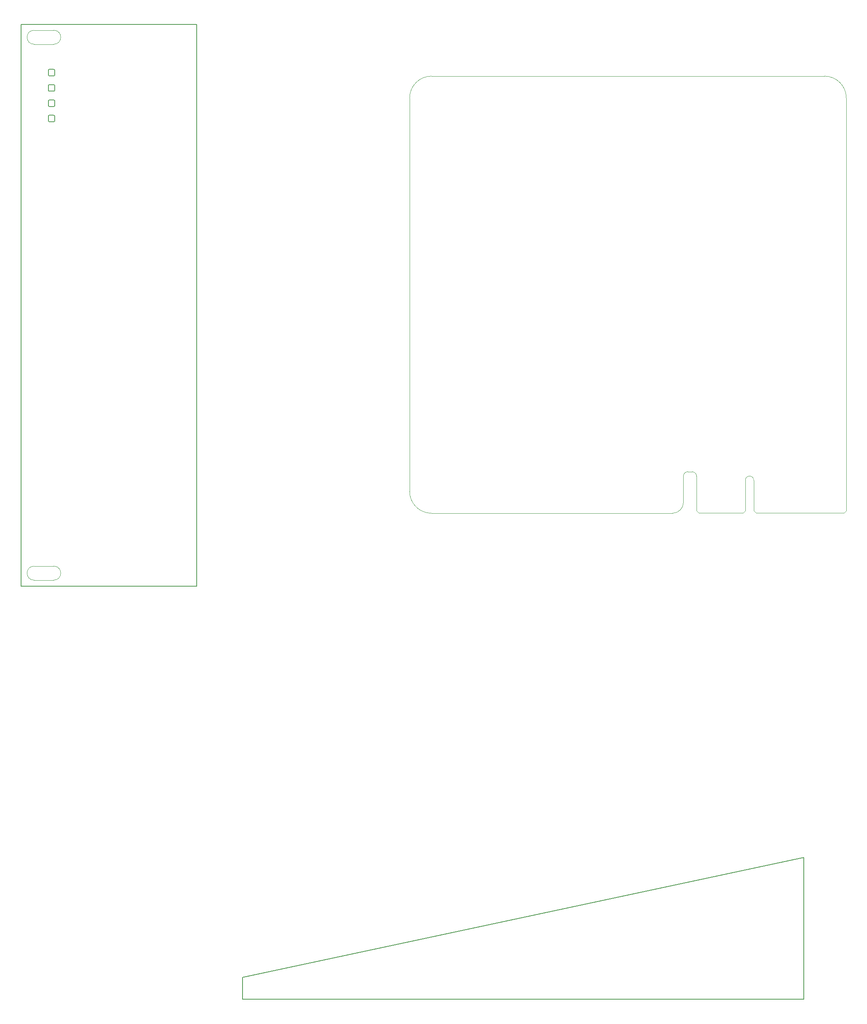
<source format=gbr>
%TF.GenerationSoftware,KiCad,Pcbnew,8.0.5*%
%TF.CreationDate,2024-11-27T23:03:38-05:00*%
%TF.ProjectId,HacKeys,4861634b-6579-4732-9e6b-696361645f70,rev?*%
%TF.SameCoordinates,Original*%
%TF.FileFunction,Profile,NP*%
%FSLAX46Y46*%
G04 Gerber Fmt 4.6, Leading zero omitted, Abs format (unit mm)*
G04 Created by KiCad (PCBNEW 8.0.5) date 2024-11-27 23:03:38*
%MOMM*%
%LPD*%
G01*
G04 APERTURE LIST*
%TA.AperFunction,Profile*%
%ADD10C,0.150000*%
%TD*%
%TA.AperFunction,Profile*%
%ADD11C,0.100000*%
%TD*%
G04 APERTURE END LIST*
D10*
X76012500Y-162550000D02*
X76012500Y-34050000D01*
X215012500Y-257050000D02*
X214992500Y-224640000D01*
X86512500Y-252050000D02*
X214992500Y-224640000D01*
X86512500Y-257050000D02*
X215012500Y-257050000D01*
X86512500Y-257050000D02*
X86512500Y-252050000D01*
X45562500Y-162550000D02*
X55762500Y-162550000D01*
D11*
X43262500Y-35350000D02*
X38762500Y-35350000D01*
D10*
X35762500Y-162550000D02*
X35762500Y-34050000D01*
X35762500Y-34050000D02*
X43262500Y-34050000D01*
D11*
X43262500Y-157950000D02*
G75*
G02*
X43262500Y-161150000I0J-1600000D01*
G01*
D10*
X55762500Y-162550000D02*
X65762500Y-162550000D01*
D11*
X43262500Y-35350000D02*
G75*
G02*
X43262500Y-38550000I0J-1600000D01*
G01*
D10*
X45562500Y-162550000D02*
X43262500Y-162550000D01*
D11*
X38762500Y-157950000D02*
X43262500Y-157950000D01*
D10*
X65762500Y-162550000D02*
X76012500Y-162550000D01*
D11*
X43262500Y-161150000D02*
X38762500Y-161150000D01*
X38762500Y-38550000D02*
X43262500Y-38550000D01*
D10*
X65762500Y-34050000D02*
X76012500Y-34050000D01*
X45562500Y-34050000D02*
X55762500Y-34050000D01*
D11*
X38762500Y-38550000D02*
G75*
G02*
X38762500Y-35350000I0J1600000D01*
G01*
D10*
X45562500Y-34050000D02*
X43262500Y-34050000D01*
D11*
X38762500Y-161150000D02*
G75*
G02*
X38762500Y-157950000I0J1600000D01*
G01*
D10*
X55762500Y-34050000D02*
X65762500Y-34050000D01*
X35762500Y-162550000D02*
X43262500Y-162550000D01*
D11*
X184962500Y-145850000D02*
X129762500Y-145850000D01*
X188462500Y-136350000D02*
X189462500Y-136350000D01*
X219762500Y-45850000D02*
X129762500Y-45850000D01*
X224762500Y-137350000D02*
X224762500Y-50850000D01*
X187462500Y-143350000D02*
G75*
G02*
X184962500Y-145850000I-2500000J0D01*
G01*
X124762500Y-140850000D02*
X124762500Y-50850000D01*
X189462500Y-136350000D02*
G75*
G02*
X190462500Y-137350000I0J-1000000D01*
G01*
X219762500Y-45850000D02*
G75*
G02*
X224762500Y-50850000I0J-5000000D01*
G01*
X124762500Y-50850000D02*
G75*
G02*
X129762500Y-45850000I5000000J0D01*
G01*
X129762500Y-145850000D02*
G75*
G02*
X124762500Y-140850000I0J5000000D01*
G01*
X187462500Y-143350000D02*
X187462500Y-137350000D01*
X187462500Y-137350000D02*
G75*
G02*
X188462500Y-136350000I1000000J0D01*
G01*
D10*
%TO.C,D8*%
X43512500Y-56050000D02*
G75*
G02*
X43262500Y-56300000I-250000J0D01*
G01*
X43262500Y-54800000D02*
G75*
G02*
X43512500Y-55050000I0J-250000D01*
G01*
X42262500Y-56300000D02*
G75*
G02*
X42012500Y-56050000I-1J249999D01*
G01*
X42012500Y-55050000D02*
G75*
G02*
X42262500Y-54800000I249999J1D01*
G01*
X43512500Y-55050000D02*
X43512500Y-56050000D01*
X43262500Y-56300000D02*
X42262500Y-56300000D01*
X42262500Y-54800000D02*
X43262500Y-54800000D01*
X42012500Y-56050000D02*
X42012500Y-55050000D01*
%TO.C,D7*%
X43512500Y-52550000D02*
G75*
G02*
X43262500Y-52800000I-250000J0D01*
G01*
X43262500Y-51300000D02*
G75*
G02*
X43512500Y-51550000I0J-250000D01*
G01*
X42262500Y-52800000D02*
G75*
G02*
X42012500Y-52550000I-1J249999D01*
G01*
X42012500Y-51550000D02*
G75*
G02*
X42262500Y-51300000I249999J1D01*
G01*
X43512500Y-51550000D02*
X43512500Y-52550000D01*
X43262500Y-52800000D02*
X42262500Y-52800000D01*
X42262500Y-51300000D02*
X43262500Y-51300000D01*
X42012500Y-52550000D02*
X42012500Y-51550000D01*
%TO.C,D6*%
X43512500Y-49050000D02*
G75*
G02*
X43262500Y-49300000I-250000J0D01*
G01*
X43262500Y-47800000D02*
G75*
G02*
X43512500Y-48050000I0J-250000D01*
G01*
X42262500Y-49300000D02*
G75*
G02*
X42012500Y-49050000I-1J249999D01*
G01*
X42012500Y-48050000D02*
G75*
G02*
X42262500Y-47800000I249999J1D01*
G01*
X43512500Y-48050000D02*
X43512500Y-49050000D01*
X43262500Y-49300000D02*
X42262500Y-49300000D01*
X42262500Y-47800000D02*
X43262500Y-47800000D01*
X42012500Y-49050000D02*
X42012500Y-48050000D01*
%TO.C,D5*%
X43512500Y-45550000D02*
G75*
G02*
X43262500Y-45800000I-250000J0D01*
G01*
X43262500Y-44300000D02*
G75*
G02*
X43512500Y-44550000I0J-250000D01*
G01*
X42262500Y-45800000D02*
G75*
G02*
X42012500Y-45550000I-1J249999D01*
G01*
X42012500Y-44550000D02*
G75*
G02*
X42262500Y-44300000I249999J1D01*
G01*
X43512500Y-44550000D02*
X43512500Y-45550000D01*
X43262500Y-45800000D02*
X42262500Y-45800000D01*
X42262500Y-44300000D02*
X43262500Y-44300000D01*
X42012500Y-45550000D02*
X42012500Y-44550000D01*
D11*
%TO.C,J3*%
X190462500Y-137350000D02*
X190462500Y-145250000D01*
X190462500Y-145250000D02*
X190962500Y-145750000D01*
X190962500Y-145750000D02*
X201162500Y-145750000D01*
X201662500Y-138300000D02*
X201662500Y-145250000D01*
X201662500Y-145250000D02*
X201162500Y-145750000D01*
X203562500Y-138300000D02*
X203562500Y-145250000D01*
X203562500Y-145250000D02*
X204062500Y-145750000D01*
X204062500Y-145750000D02*
X224262500Y-145750000D01*
X224762500Y-137350000D02*
X224762500Y-145250000D01*
X224762500Y-145250000D02*
X224262500Y-145750000D01*
X201662500Y-138300000D02*
G75*
G02*
X203562500Y-138300000I950000J0D01*
G01*
%TD*%
M02*

</source>
